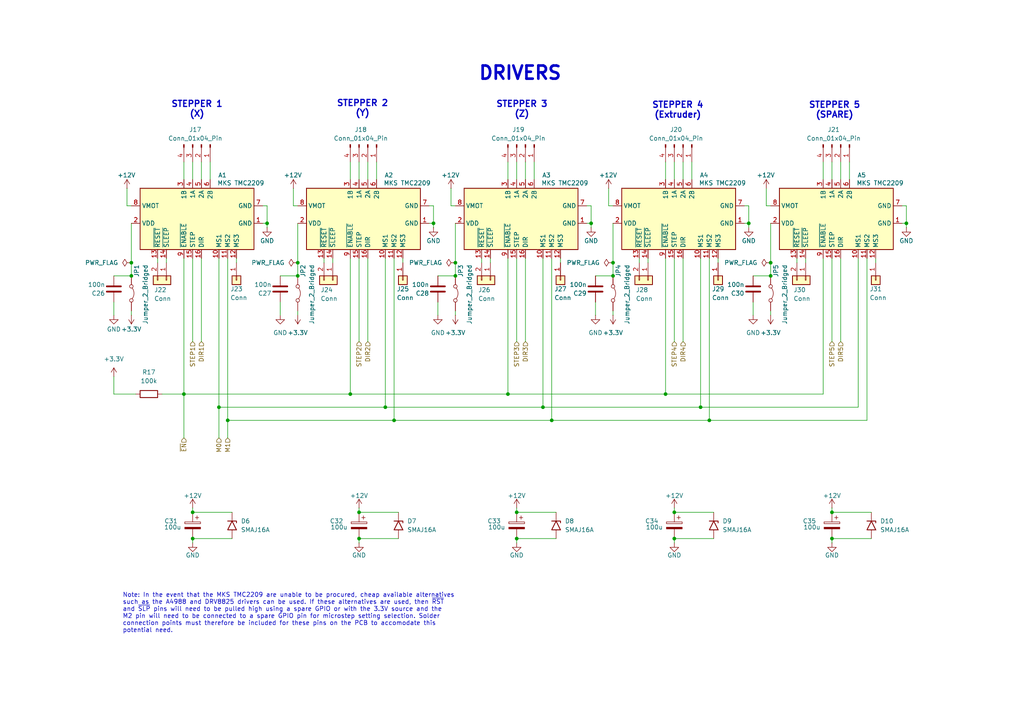
<source format=kicad_sch>
(kicad_sch (version 20250114) (generator "eeschema") (generator_version "9.0")
  (paper "A4")
  (title_block (title "Stepper Drivers") (date "2025-07-01") (rev "0.1") (company "Stellenbosch University") (comment 1 "Department of Mechanical and Mechatronic Engineering") (comment 2 "Student Number: 25848887") (comment 3 "Name: Simon Craig DANIEL"))
  (lib_symbols
    (symbol "Connector:Conn_01x04_Pin" (pin_names (offset 1.016) (hide yes))
      (property "Reference" "J" (at 0 5.08 0))
      (property "Value" "Conn_01x04_Pin" (at 0 -7.62 0))
      (symbol "Conn_01x04_Pin_1_1"
        (rectangle (start 0.8636 2.667) (end 0 2.413) (stroke (width 0.1524)) (fill (type outline)))
        (rectangle (start 0.8636 0.127) (end 0 -0.127) (stroke (width 0.1524)) (fill (type outline)))
        (rectangle (start 0.8636 -2.413) (end 0 -2.667) (stroke (width 0.1524)) (fill (type outline)))
        (rectangle (start 0.8636 -4.953) (end 0 -5.207) (stroke (width 0.1524)) (fill (type outline)))
        (polyline (pts (xy 1.27 2.54) (xy 0.8636 2.54)) (stroke (width 0.1524)))
        (polyline (pts (xy 1.27 0) (xy 0.8636 0)) (stroke (width 0.1524)))
        (polyline (pts (xy 1.27 -2.54) (xy 0.8636 -2.54)) (stroke (width 0.1524)))
        (polyline (pts (xy 1.27 -5.08) (xy 0.8636 -5.08)) (stroke (width 0.1524)))
        (pin passive line (at 5.08 2.54 180) (length 3.81) (name "Pin_1") (number "1"))
        (pin passive line (at 5.08 0 180) (length 3.81) (name "Pin_2") (number "2"))
        (pin passive line (at 5.08 -2.54 180) (length 3.81) (name "Pin_3") (number "3"))
        (pin passive line (at 5.08 -5.08 180) (length 3.81) (name "Pin_4") (number "4"))
      )
    )
    (symbol "Connector_Generic:Conn_01x01" (pin_names (offset 1.016) (hide yes))
      (property "Reference" "J" (at 0 2.54 0))
      (property "Value" "Conn_01x01" (at 0 -2.54 0))
      (symbol "Conn_01x01_1_1"
        (rectangle (start -1.27 1.27) (end 1.27 -1.27) (stroke (width 0.254)) (fill (type background)))
        (rectangle (start -1.27 0.127) (end 0 -0.127) (stroke (width 0.1524)))
        (pin passive line (at -5.08 0 0) (length 3.81) (name "Pin_1") (number "1"))
      )
    )
    (symbol "Connector_Generic:Conn_01x02" (pin_names (offset 1.016) (hide yes))
      (property "Reference" "J" (at 0 2.54 0))
      (property "Value" "Conn_01x02" (at 0 -5.08 0))
      (symbol "Conn_01x02_1_1"
        (rectangle (start -1.27 1.27) (end 1.27 -3.81) (stroke (width 0.254)) (fill (type background)))
        (rectangle (start -1.27 0.127) (end 0 -0.127) (stroke (width 0.1524)))
        (rectangle (start -1.27 -2.413) (end 0 -2.667) (stroke (width 0.1524)))
        (pin passive line (at -5.08 0 0) (length 3.81) (name "Pin_1") (number "1"))
        (pin passive line (at -5.08 -2.54 0) (length 3.81) (name "Pin_2") (number "2"))
      )
    )
    (symbol "Device:C" (pin_numbers (hide yes)) (pin_names (offset 0.254))
      (property "Reference" "C" (at 0.635 2.54 0))
      (property "Value" "C" (at 0.635 -2.54 0))
      (symbol "C_0_1"
        (polyline (pts (xy -2.032 0.762) (xy 2.032 0.762)) (stroke (width 0.508)))
        (polyline (pts (xy -2.032 -0.762) (xy 2.032 -0.762)) (stroke (width 0.508)))
      )
      (symbol "C_1_1"
        (pin passive line (at 0 3.81 270) (length 2.794) (name "~") (number "1"))
        (pin passive line (at 0 -3.81 90) (length 2.794) (name "~") (number "2"))
      )
    )
    (symbol "Device:C_Polarized" (pin_numbers (hide yes)) (pin_names (offset 0.254))
      (property "Reference" "C" (at 0.635 2.54 0))
      (property "Value" "C_Polarized" (at 0.635 -2.54 0))
      (symbol "C_Polarized_0_1"
        (rectangle (start -2.286 0.508) (end 2.286 1.016))
        (polyline (pts (xy -1.778 2.286) (xy -0.762 2.286)))
        (polyline (pts (xy -1.27 2.794) (xy -1.27 1.778)))
        (rectangle (start 2.286 -0.508) (end -2.286 -1.016) (fill (type outline)))
      )
      (symbol "C_Polarized_1_1"
        (pin passive line (at 0 3.81 270) (length 2.794) (name "~") (number "1"))
        (pin passive line (at 0 -3.81 90) (length 2.794) (name "~") (number "2"))
      )
    )
    (symbol "Device:R" (pin_numbers (hide yes)) (pin_names (offset 0))
      (property "Reference" "R" (at 2.032 0 90))
      (property "Value" "R" (at 0 0 90))
      (symbol "R_0_1"
        (rectangle (start -1.016 -2.54) (end 1.016 2.54) (stroke (width 0.254)))
      )
      (symbol "R_1_1"
        (pin passive line (at 0 3.81 270) (length 1.27) (name "~") (number "1"))
        (pin passive line (at 0 -3.81 90) (length 1.27) (name "~") (number "2"))
      )
    )
    (symbol "Diode:SMAJ16A" (pin_numbers (hide yes)) (pin_names (offset 1.016) (hide yes))
      (property "Reference" "D" (at 0 2.54 0))
      (property "Value" "SMAJ16A" (at 0 -2.54 0))
      (symbol "SMAJ16A_0_1"
        (polyline (pts (xy -0.762 1.27) (xy -1.27 1.27) (xy -1.27 -1.27)) (stroke (width 0.254)))
        (polyline (pts (xy 1.27 1.27) (xy 1.27 -1.27) (xy -1.27 0) (xy 1.27 1.27)) (stroke (width 0.254)))
      )
      (symbol "SMAJ16A_1_1"
        (pin passive line (at -3.81 0 0) (length 2.54) (name "A1") (number "1"))
        (pin passive line (at 3.81 0 180) (length 2.54) (name "A2") (number "2"))
      )
    )
    (symbol "Driver_Motor:Pololu_Breakout_A4988"
      (property "Reference" "A" (at -2.54 19.05 0))
      (property "Value" "Pololu_Breakout_A4988" (at -2.54 16.51 0))
      (symbol "Pololu_Breakout_A4988_0_1"
        (rectangle (start 10.16 -17.78) (end -7.62 15.24) (stroke (width 0.254)) (fill (type background)))
      )
      (symbol "Pololu_Breakout_A4988_1_1"
        (pin input line (at -10.16 10.16 0) (length 2.54) (name "~{RESET}") (number "13"))
        (pin input line (at -10.16 7.62 0) (length 2.54) (name "~{SLEEP}") (number "14"))
        (pin input line (at -10.16 2.54 0) (length 2.54) (name "~{ENABLE}") (number "9"))
        (pin input line (at -10.16 0 0) (length 2.54) (name "STEP") (number "15"))
        (pin input line (at -10.16 -2.54 0) (length 2.54) (name "DIR") (number "16"))
        (pin input line (at -10.16 -7.62 0) (length 2.54) (name "MS1") (number "10"))
        (pin input line (at -10.16 -10.16 0) (length 2.54) (name "MS2") (number "11"))
        (pin input line (at -10.16 -12.7 0) (length 2.54) (name "MS3") (number "12"))
        (pin power_in line (at 0 17.78 270) (length 2.54) (name "VDD") (number "2"))
        (pin power_in line (at 0 -20.32 90) (length 2.54) (name "GND") (number "1"))
        (pin power_in line (at 5.08 17.78 270) (length 2.54) (name "VMOT") (number "8"))
        (pin power_in line (at 5.08 -20.32 90) (length 2.54) (name "GND") (number "7"))
        (pin output line (at 12.7 2.54 180) (length 2.54) (name "1B") (number "3"))
        (pin output line (at 12.7 0 180) (length 2.54) (name "1A") (number "4"))
        (pin output line (at 12.7 -2.54 180) (length 2.54) (name "2A") (number "5"))
        (pin output line (at 12.7 -5.08 180) (length 2.54) (name "2B") (number "6"))
      )
    )
    (symbol "Jumper:Jumper_2_Bridged" (pin_numbers (hide yes)) (pin_names (offset 0) (hide yes))
      (property "Reference" "JP" (at 0 1.905 0))
      (property "Value" "Jumper_2_Bridged" (at 0 -2.54 0))
      (symbol "Jumper_2_Bridged_0_0"
        (circle (center -2.032 0) (radius 0.508))
        (circle (center 2.032 0) (radius 0.508))
      )
      (symbol "Jumper_2_Bridged_0_1"
        (arc (start -1.524 0.254) (mid 0 0.762) (end 1.524 0.254))
      )
      (symbol "Jumper_2_Bridged_1_1"
        (pin passive line (at -5.08 0 0) (length 2.54) (name "A") (number "1"))
        (pin passive line (at 5.08 0 180) (length 2.54) (name "B") (number "2"))
      )
    )
    (symbol "power:+24V" (power) (pin_numbers (hide yes)) (pin_names (offset 0) (hide yes))
      (property "Value" "+24V" (at 0 3.556 0))
      (symbol "+24V_0_1"
        (polyline (pts (xy -0.762 1.27) (xy 0 2.54)))
        (polyline (pts (xy 0 2.54) (xy 0.762 1.27)))
        (polyline (pts (xy 0 0) (xy 0 2.54)))
      )
      (symbol "+24V_1_1"
        (pin power_in line (at 0 0 90) (length 0) (name "~") (number "1"))
      )
    )
    (symbol "power:+3.3V" (power) (pin_numbers (hide yes)) (pin_names (offset 0) (hide yes))
      (property "Value" "+3.3V" (at 0 3.556 0))
      (symbol "+3.3V_0_1"
        (polyline (pts (xy -0.762 1.27) (xy 0 2.54)))
        (polyline (pts (xy 0 2.54) (xy 0.762 1.27)))
        (polyline (pts (xy 0 0) (xy 0 2.54)))
      )
      (symbol "+3.3V_1_1"
        (pin power_in line (at 0 0 90) (length 0) (name "~") (number "1"))
      )
    )
    (symbol "power:GND" (power) (pin_numbers (hide yes)) (pin_names (offset 0) (hide yes))
      (property "Value" "GND" (at 0 -3.81 0))
      (symbol "GND_0_1"
        (polyline (pts (xy 0 0) (xy 0 -1.27) (xy 1.27 -1.27) (xy 0 -2.54) (xy -1.27 -1.27) (xy 0 -1.27)))
      )
      (symbol "GND_1_1"
        (pin power_in line (at 0 0 270) (length 0) (name "~") (number "1"))
      )
    )
    (symbol "power:PWR_FLAG" (power) (pin_numbers (hide yes)) (pin_names (offset 0) (hide yes))
      (property "Value" "PWR_FLAG" (at 0 3.81 0))
      (symbol "PWR_FLAG_0_0"
        (pin power_out line (at 0 0 90) (length 0) (name "~") (number "1"))
      )
      (symbol "PWR_FLAG_0_1"
        (polyline (pts (xy 0 0) (xy 0 1.27) (xy -1.016 1.905) (xy 0 2.54) (xy 1.016 1.905) (xy 0 1.27)))
      )
    )
  )
  (text "STEPPER 1\n(X)" (at 57.15 31.75 0) (effects (font (size 1.778 1.778) (thickness 0.3556) (bold yes))))
  (text "STEPPER 3\n(Z)" (at 151.384 31.75 0) (effects (font (size 1.778 1.778) (thickness 0.3556) (bold yes))))
  (text "STEPPER 2\n(Y)\n" (at 105.156 31.496 0) (effects (font (size 1.778 1.778) (thickness 0.3556) (bold yes))))
  (text "DRIVERS" (at 150.876 21.336 0) (effects (font (size 3.81 3.81) (thickness 0.762) (bold yes))))
  (text "STEPPER 5\n(SPARE)" (at 242.062 32.004 0) (effects (font (size 1.778 1.778) (thickness 0.3556) (bold yes))))
  (text "STEPPER 4\n(Extruder)\n" (at 196.596 32.004 0) (effects (font (size 1.778 1.778) (thickness 0.3556) (bold yes))))
  (text "Note: In the event that the MKS TMC2209 are unable to be procured, cheap available alternatives \nsuch as the A4988 and DRV8825 drivers can be used. If these alternatives are used, then ~{RST} \nand ~{SLP} pins will need to be pulled high using a spare GPIO or with the 3.3V source and the \nM2 pin will need to be connected to a spare GPIO pin for microstep setting selection. Solder\nconnection points must therefore be included for these pins on the PCB to accomodate this \npotential need." (at 35.56 177.8 0) (effects (font (size 1.27 1.27)) (justify left)))
  (junction (at 77.47 64.77))
  (junction (at 66.04 121.92))
  (junction (at 195.58 156.21))
  (junction (at 132.08 80.01))
  (junction (at 38.1 80.01))
  (junction (at 195.58 148.59))
  (junction (at 177.8 80.01))
  (junction (at 223.52 76.2))
  (junction (at 177.8 76.2))
  (junction (at 55.88 156.21))
  (junction (at 38.1 76.2))
  (junction (at 205.74 121.92))
  (junction (at 132.08 76.2))
  (junction (at 147.32 114.3))
  (junction (at 223.52 80.01))
  (junction (at 125.73 64.77))
  (junction (at 53.34 114.3))
  (junction (at 262.89 64.77))
  (junction (at 217.17 64.77))
  (junction (at 193.04 114.3))
  (junction (at 149.86 156.21))
  (junction (at 241.3 156.21))
  (junction (at 203.2 118.11))
  (junction (at 104.14 148.59))
  (junction (at 63.5 118.11))
  (junction (at 86.36 76.2))
  (junction (at 101.6 114.3))
  (junction (at 111.76 118.11))
  (junction (at 86.36 80.01))
  (junction (at 149.86 148.59))
  (junction (at 104.14 156.21))
  (junction (at 241.3 148.59))
  (junction (at 160.02 121.92))
  (junction (at 171.45 64.77))
  (junction (at 157.48 118.11))
  (junction (at 55.88 148.59))
  (junction (at 114.3 121.92))
  (wire (pts (xy 223.52 90.17) (xy 223.52 91.44)))
  (wire (pts (xy 66.04 121.92) (xy 114.3 121.92)))
  (wire (pts (xy 147.32 114.3) (xy 193.04 114.3)))
  (wire (pts (xy 109.22 46.99) (xy 109.22 52.07)))
  (wire (pts (xy 132.08 64.77) (xy 132.08 76.2)))
  (wire (pts (xy 252.73 156.21) (xy 241.3 156.21)))
  (wire (pts (xy 33.02 109.22) (xy 33.02 114.3)))
  (wire (pts (xy 198.12 46.99) (xy 198.12 52.07)))
  (wire (pts (xy 157.48 74.93) (xy 157.48 118.11)))
  (wire (pts (xy 161.29 148.59) (xy 149.86 148.59)))
  (wire (pts (xy 248.92 74.93) (xy 248.92 118.11)))
  (wire (pts (xy 195.58 156.21) (xy 195.58 157.48)))
  (wire (pts (xy 177.8 80.01) (xy 172.72 80.01)))
  (wire (pts (xy 93.98 76.2) (xy 93.98 74.93)))
  (wire (pts (xy 215.9 64.77) (xy 217.17 64.77)))
  (wire (pts (xy 170.18 59.69) (xy 171.45 59.69)))
  (wire (pts (xy 111.76 118.11) (xy 63.5 118.11)))
  (wire (pts (xy 208.28 76.2) (xy 208.28 74.93)))
  (wire (pts (xy 63.5 74.93) (xy 63.5 118.11)))
  (wire (pts (xy 53.34 46.99) (xy 53.34 52.07)))
  (wire (pts (xy 176.53 59.69) (xy 177.8 59.69)))
  (wire (pts (xy 261.62 64.77) (xy 262.89 64.77)))
  (wire (pts (xy 130.81 54.61) (xy 130.81 59.69)))
  (wire (pts (xy 106.68 46.99) (xy 106.68 52.07)))
  (wire (pts (xy 36.83 54.61) (xy 36.83 59.69)))
  (wire (pts (xy 77.47 64.77) (xy 77.47 66.04)))
  (wire (pts (xy 207.01 148.59) (xy 195.58 148.59)))
  (wire (pts (xy 53.34 114.3) (xy 53.34 127)))
  (wire (pts (xy 172.72 87.63) (xy 172.72 91.44)))
  (wire (pts (xy 85.09 59.69) (xy 86.36 59.69)))
  (wire (pts (xy 171.45 59.69) (xy 171.45 64.77)))
  (wire (pts (xy 55.88 147.32) (xy 55.88 148.59)))
  (wire (pts (xy 38.1 91.44) (xy 38.1 90.17)))
  (wire (pts (xy 193.04 46.99) (xy 193.04 52.07)))
  (wire (pts (xy 203.2 74.93) (xy 203.2 118.11)))
  (wire (pts (xy 261.62 59.69) (xy 262.89 59.69)))
  (wire (pts (xy 193.04 114.3) (xy 193.04 74.93)))
  (wire (pts (xy 215.9 59.69) (xy 217.17 59.69)))
  (wire (pts (xy 149.86 74.93) (xy 149.86 99.06)))
  (wire (pts (xy 53.34 74.93) (xy 53.34 114.3)))
  (wire (pts (xy 114.3 74.93) (xy 114.3 121.92)))
  (wire (pts (xy 55.88 74.93) (xy 55.88 99.06)))
  (wire (pts (xy 114.3 121.92) (xy 160.02 121.92)))
  (wire (pts (xy 58.42 46.99) (xy 58.42 52.07)))
  (wire (pts (xy 132.08 76.2) (xy 132.08 80.01)))
  (wire (pts (xy 222.25 59.69) (xy 223.52 59.69)))
  (wire (pts (xy 252.73 148.59) (xy 241.3 148.59)))
  (wire (pts (xy 238.76 114.3) (xy 238.76 74.93)))
  (wire (pts (xy 38.1 80.01) (xy 33.02 80.01)))
  (wire (pts (xy 171.45 64.77) (xy 171.45 66.04)))
  (wire (pts (xy 254 76.2) (xy 254 74.93)))
  (wire (pts (xy 149.86 46.99) (xy 149.86 52.07)))
  (wire (pts (xy 238.76 46.99) (xy 238.76 52.07)))
  (wire (pts (xy 154.94 46.99) (xy 154.94 52.07)))
  (wire (pts (xy 76.2 64.77) (xy 77.47 64.77)))
  (wire (pts (xy 223.52 80.01) (xy 218.44 80.01)))
  (wire (pts (xy 243.84 74.93) (xy 243.84 99.06)))
  (wire (pts (xy 223.52 64.77) (xy 223.52 76.2)))
  (wire (pts (xy 185.42 76.2) (xy 185.42 74.93)))
  (wire (pts (xy 231.14 76.2) (xy 231.14 74.93)))
  (wire (pts (xy 160.02 74.93) (xy 160.02 121.92)))
  (wire (pts (xy 149.86 156.21) (xy 149.86 157.48)))
  (wire (pts (xy 241.3 46.99) (xy 241.3 52.07)))
  (wire (pts (xy 33.02 114.3) (xy 39.37 114.3)))
  (wire (pts (xy 86.36 91.44) (xy 86.36 90.17)))
  (wire (pts (xy 38.1 64.77) (xy 38.1 76.2)))
  (wire (pts (xy 170.18 64.77) (xy 171.45 64.77)))
  (wire (pts (xy 241.3 74.93) (xy 241.3 99.06)))
  (wire (pts (xy 115.57 148.59) (xy 104.14 148.59)))
  (wire (pts (xy 67.31 156.21) (xy 55.88 156.21)))
  (wire (pts (xy 177.8 76.2) (xy 177.8 80.01)))
  (wire (pts (xy 207.01 156.21) (xy 195.58 156.21)))
  (wire (pts (xy 233.68 76.2) (xy 233.68 74.93)))
  (wire (pts (xy 161.29 156.21) (xy 149.86 156.21)))
  (wire (pts (xy 124.46 64.77) (xy 125.73 64.77)))
  (wire (pts (xy 46.99 114.3) (xy 53.34 114.3)))
  (wire (pts (xy 132.08 80.01) (xy 127 80.01)))
  (wire (pts (xy 147.32 46.99) (xy 147.32 52.07)))
  (wire (pts (xy 162.56 76.2) (xy 162.56 74.93)))
  (wire (pts (xy 66.04 74.93) (xy 66.04 121.92)))
  (wire (pts (xy 142.24 76.2) (xy 142.24 74.93)))
  (wire (pts (xy 48.26 76.2) (xy 48.26 74.93)))
  (wire (pts (xy 77.47 59.69) (xy 77.47 64.77)))
  (wire (pts (xy 86.36 76.2) (xy 86.36 80.01)))
  (wire (pts (xy 76.2 59.69) (xy 77.47 59.69)))
  (wire (pts (xy 149.86 147.32) (xy 149.86 148.59)))
  (wire (pts (xy 124.46 59.69) (xy 125.73 59.69)))
  (wire (pts (xy 111.76 74.93) (xy 111.76 118.11)))
  (wire (pts (xy 157.48 118.11) (xy 111.76 118.11)))
  (wire (pts (xy 81.28 87.63) (xy 81.28 91.44)))
  (wire (pts (xy 55.88 156.21) (xy 55.88 157.48)))
  (wire (pts (xy 251.46 121.92) (xy 205.74 121.92)))
  (wire (pts (xy 241.3 156.21) (xy 241.3 157.48)))
  (wire (pts (xy 195.58 74.93) (xy 195.58 99.06)))
  (wire (pts (xy 104.14 156.21) (xy 104.14 157.48)))
  (wire (pts (xy 96.52 76.2) (xy 96.52 74.93)))
  (wire (pts (xy 217.17 64.77) (xy 217.17 66.04)))
  (wire (pts (xy 115.57 156.21) (xy 104.14 156.21)))
  (wire (pts (xy 58.42 74.93) (xy 58.42 99.06)))
  (wire (pts (xy 104.14 46.99) (xy 104.14 52.07)))
  (wire (pts (xy 125.73 59.69) (xy 125.73 64.77)))
  (wire (pts (xy 152.4 74.93) (xy 152.4 99.06)))
  (wire (pts (xy 248.92 118.11) (xy 203.2 118.11)))
  (wire (pts (xy 262.89 64.77) (xy 262.89 66.04)))
  (wire (pts (xy 101.6 114.3) (xy 147.32 114.3)))
  (wire (pts (xy 55.88 46.99) (xy 55.88 52.07)))
  (wire (pts (xy 177.8 64.77) (xy 177.8 76.2)))
  (wire (pts (xy 106.68 74.93) (xy 106.68 99.06)))
  (wire (pts (xy 53.34 114.3) (xy 101.6 114.3)))
  (wire (pts (xy 205.74 74.93) (xy 205.74 121.92)))
  (wire (pts (xy 218.44 87.63) (xy 218.44 91.44)))
  (wire (pts (xy 104.14 147.32) (xy 104.14 148.59)))
  (wire (pts (xy 38.1 76.2) (xy 38.1 80.01)))
  (wire (pts (xy 132.08 91.44) (xy 132.08 90.17)))
  (wire (pts (xy 147.32 74.93) (xy 147.32 114.3)))
  (wire (pts (xy 85.09 54.61) (xy 85.09 59.69)))
  (wire (pts (xy 198.12 74.93) (xy 198.12 99.06)))
  (wire (pts (xy 223.52 76.2) (xy 223.52 80.01)))
  (wire (pts (xy 251.46 74.93) (xy 251.46 121.92)))
  (wire (pts (xy 45.72 76.2) (xy 45.72 74.93)))
  (wire (pts (xy 101.6 46.99) (xy 101.6 52.07)))
  (wire (pts (xy 101.6 114.3) (xy 101.6 74.93)))
  (wire (pts (xy 195.58 46.99) (xy 195.58 52.07)))
  (wire (pts (xy 200.66 46.99) (xy 200.66 52.07)))
  (wire (pts (xy 222.25 54.61) (xy 222.25 59.69)))
  (wire (pts (xy 36.83 59.69) (xy 38.1 59.69)))
  (wire (pts (xy 139.7 76.2) (xy 139.7 74.93)))
  (wire (pts (xy 60.96 46.99) (xy 60.96 52.07)))
  (wire (pts (xy 152.4 46.99) (xy 152.4 52.07)))
  (wire (pts (xy 127 87.63) (xy 127 91.44)))
  (wire (pts (xy 63.5 118.11) (xy 63.5 127)))
  (wire (pts (xy 203.2 118.11) (xy 157.48 118.11)))
  (wire (pts (xy 130.81 59.69) (xy 132.08 59.69)))
  (wire (pts (xy 241.3 147.32) (xy 241.3 148.59)))
  (wire (pts (xy 125.73 64.77) (xy 125.73 66.04)))
  (wire (pts (xy 193.04 114.3) (xy 238.76 114.3)))
  (wire (pts (xy 86.36 64.77) (xy 86.36 76.2)))
  (wire (pts (xy 160.02 121.92) (xy 205.74 121.92)))
  (wire (pts (xy 262.89 59.69) (xy 262.89 64.77)))
  (wire (pts (xy 66.04 121.92) (xy 66.04 127)))
  (wire (pts (xy 187.96 76.2) (xy 187.96 74.93)))
  (wire (pts (xy 177.8 91.44) (xy 177.8 90.17)))
  (wire (pts (xy 116.84 76.2) (xy 116.84 74.93)))
  (wire (pts (xy 104.14 74.93) (xy 104.14 99.06)))
  (wire (pts (xy 246.38 46.99) (xy 246.38 52.07)))
  (wire (pts (xy 217.17 59.69) (xy 217.17 64.77)))
  (wire (pts (xy 176.53 54.61) (xy 176.53 59.69)))
  (wire (pts (xy 68.58 76.2) (xy 68.58 74.93)))
  (wire (pts (xy 33.02 87.63) (xy 33.02 91.44)))
  (wire (pts (xy 67.31 148.59) (xy 55.88 148.59)))
  (wire (pts (xy 243.84 46.99) (xy 243.84 52.07)))
  (wire (pts (xy 86.36 80.01) (xy 81.28 80.01)))
  (wire (pts (xy 195.58 147.32) (xy 195.58 148.59)))
  (hierarchical_label "STEP4" (shape input) (at 195.58 99.06 270))
  (hierarchical_label "STEP1" (shape input) (at 55.88 99.06 270))
  (hierarchical_label "DIR2" (shape input) (at 106.68 99.06 270))
  (hierarchical_label "DIR3" (shape input) (at 152.4 99.06 270))
  (hierarchical_label "M0" (shape input) (at 63.5 127 270))
  (hierarchical_label "DIR4" (shape input) (at 198.12 99.06 270))
  (hierarchical_label "DIR1" (shape input) (at 58.42 99.06 270))
  (hierarchical_label "~{EN}" (shape input) (at 53.34 127 270))
  (hierarchical_label "DIR5" (shape input) (at 243.84 99.06 270))
  (hierarchical_label "STEP3" (shape input) (at 149.86 99.06 270))
  (hierarchical_label "STEP2" (shape input) (at 104.14 99.06 270))
  (hierarchical_label "STEP5" (shape input) (at 241.3 99.06 270))
  (hierarchical_label "M1" (shape input) (at 66.04 127 270))
  (symbol (lib_id "Device:C_Polarized") (at 149.86 152.4 0) (mirror y) (unit 1)
    (property "Reference" "C33" (at 145.288 151.13 0) (effects (justify left)))
    (property "Value" "100u" (at 146.558 152.908 0) (effects (justify left)))
    (property "Footprint" "Capacitor_SMD:CP_Elec_6.3x7.7" (effects (hide yes)))
    (property "Description" "Polarized capacitor" (effects (hide yes)))
  )
  (symbol (lib_id "Device:C") (at 218.44 83.82 180) (unit 1)
    (property "Reference" "C30" (at 215.9 85.09 0) (effects (justify left)))
    (property "Value" "100n" (at 215.9 82.55 0) (effects (justify left)))
    (property "Footprint" "Capacitor_SMD:C_0603_1608Metric" (effects (hide yes)))
    (property "Description" "Unpolarized capacitor" (effects (hide yes)))
  )
  (symbol (lib_id "Connector_Generic:Conn_01x01") (at 208.28 81.28 270) (unit 1)
    (property "Reference" "J29" (at 206.502 83.82 90) (effects (justify left)))
    (property "Value" "Conn" (at 206.502 86.36 90) (effects (justify left)))
    (property "Footprint" "Connector_Wire:SolderWire-0.75sqmm_1x02_P4.8mm_D1.25mm_OD2.3mm" (effects (hide yes)))
    (property "Description" "Generic connector, single row, 01x01, script generated (kicad-library-utils/schlib/autogen/connector/)" (effects (hide yes)))
  )
  (symbol (lib_id "Jumper:Jumper_2_Bridged") (at 86.36 85.09 270) (unit 1)
    (property "Reference" "JP2" (at 87.884 76.708 0) (effects (justify left)))
    (property "Value" "Jumper_2_Bridged" (at 90.424 76.708 0) (effects (justify left)))
    (property "Footprint" "TestPoint:TestPoint_Bridge_Pitch2.54mm_Drill0.7mm" (effects (hide yes)))
    (property "Description" "Jumper, 2-pole, closed/bridged" (effects (hide yes)))
  )
  (symbol (lib_id "Connector_Generic:Conn_01x01") (at 116.84 81.28 270) (unit 1)
    (property "Reference" "J25" (at 115.062 83.82 90) (effects (justify left)))
    (property "Value" "Conn" (at 115.062 86.36 90) (effects (justify left)))
    (property "Footprint" "Connector_Wire:SolderWire-0.75sqmm_1x02_P4.8mm_D1.25mm_OD2.3mm" (effects (hide yes)))
    (property "Description" "Generic connector, single row, 01x01, script generated (kicad-library-utils/schlib/autogen/connector/)" (effects (hide yes)))
  )
  (symbol (lib_id "Diode:SMAJ16A") (at 207.01 152.4 270) (unit 1)
    (property "Reference" "D9" (at 209.55 151.1299 90) (effects (justify left)))
    (property "Value" "SMAJ16A" (at 209.55 153.6699 90) (effects (justify left)))
    (property "Footprint" "Diode_SMD:D_SMA" (effects (hide yes)))
    (property "Datasheet" "https://www.littelfuse.com/media?resourcetype=datasheets&itemid=75e32973-b177-4ee3-a0ff-cedaf1abdb93&filename=smaj-datasheet" (effects (hide yes)))
    (property "Description" "400W unidirectional Transient Voltage Suppressor, 16.0Vr, SMA(DO-214AC)" (effects (hide yes)))
  )
  (symbol (lib_id "Device:C") (at 33.02 83.82 180) (unit 1)
    (property "Reference" "C26" (at 30.48 85.09 0) (effects (justify left)))
    (property "Value" "100n" (at 30.48 82.55 0) (effects (justify left)))
    (property "Footprint" "Capacitor_SMD:C_0603_1608Metric" (effects (hide yes)))
    (property "Description" "Unpolarized capacitor" (effects (hide yes)))
  )
  (symbol (lib_id "Driver_Motor:Pololu_Breakout_A4988") (at 241.3 64.77 90) (unit 1)
    (property "Reference" "A5" (at 249.936 50.8 90))
    (property "Value" "MKS TMC2209" (at 255.27 53.086 90))
    (property "Footprint" "Module:Pololu_Breakout-16_15.2x20.3mm" (effects (hide yes)))
    (property "Datasheet" "https://www.pololu.com/product/2980/pictures" (effects (hide yes)))
    (property "Description" "Pololu Breakout Board, Stepper Driver A4988" (effects (hide yes)))
  )
  (symbol (lib_id "Device:C_Polarized") (at 55.88 152.4 0) (mirror y) (unit 1)
    (property "Reference" "C31" (at 51.562 151.13 0) (effects (justify left)))
    (property "Value" "100u" (at 52.578 152.908 0) (effects (justify left)))
    (property "Footprint" "Capacitor_SMD:CP_Elec_6.3x7.7" (effects (hide yes)))
    (property "Description" "Polarized capacitor" (effects (hide yes)))
  )
  (symbol (lib_id "power:PWR_FLAG") (at 86.36 76.2 90) (unit 1)
    (property "Reference" "#FLG05" (effects (hide yes)))
    (property "Value" "PWR_FLAG" (at 82.55 76.1999 90) (effects (justify left)))
    (property "Description" "Special symbol for telling ERC where power comes from" (effects (hide yes)))
  )
  (symbol (lib_id "power:PWR_FLAG") (at 38.1 76.2 90) (unit 1)
    (property "Reference" "#FLG04" (effects (hide yes)))
    (property "Value" "PWR_FLAG" (at 34.29 76.1999 90) (effects (justify left)))
    (property "Description" "Special symbol for telling ERC where power comes from" (effects (hide yes)))
  )
  (symbol (lib_id "Diode:SMAJ16A") (at 252.73 152.4 270) (unit 1)
    (property "Reference" "D10" (at 255.27 151.1299 90) (effects (justify left)))
    (property "Value" "SMAJ16A" (at 255.27 153.6699 90) (effects (justify left)))
    (property "Footprint" "Diode_SMD:D_SMA" (effects (hide yes)))
    (property "Datasheet" "https://www.littelfuse.com/media?resourcetype=datasheets&itemid=75e32973-b177-4ee3-a0ff-cedaf1abdb93&filename=smaj-datasheet" (effects (hide yes)))
    (property "Description" "400W unidirectional Transient Voltage Suppressor, 16.0Vr, SMA(DO-214AC)" (effects (hide yes)))
  )
  (symbol (lib_id "Jumper:Jumper_2_Bridged") (at 223.52 85.09 270) (unit 1)
    (property "Reference" "JP5" (at 225.044 76.708 0) (effects (justify left)))
    (property "Value" "Jumper_2_Bridged" (at 227.584 76.708 0) (effects (justify left)))
    (property "Footprint" "TestPoint:TestPoint_Bridge_Pitch2.54mm_Drill0.7mm" (effects (hide yes)))
    (property "Description" "Jumper, 2-pole, closed/bridged" (effects (hide yes)))
  )
  (symbol (lib_id "Device:C_Polarized") (at 104.14 152.4 0) (mirror y) (unit 1)
    (property "Reference" "C32" (at 99.568 151.13 0) (effects (justify left)))
    (property "Value" "100u" (at 100.838 152.908 0) (effects (justify left)))
    (property "Footprint" "Capacitor_SMD:CP_Elec_6.3x7.7" (effects (hide yes)))
    (property "Description" "Polarized capacitor" (effects (hide yes)))
  )
  (symbol (lib_id "power:GND") (at 125.73 66.04 0) (unit 1)
    (property "Reference" "#PWR055" (effects (hide yes)))
    (property "Value" "GND" (at 125.73 69.85 0))
    (property "Description" "Power symbol creates a global label with name \"GND\" , ground" (effects (hide yes)))
  )
  (symbol (lib_id "power:+3.3V") (at 33.02 109.22 0) (mirror y) (unit 1)
    (property "Reference" "#PWR069" (effects (hide yes)))
    (property "Value" "+3.3V" (at 33.02 104.14 0))
    (property "Description" "Power symbol creates a global label with name \"+3.3V\"" (effects (hide yes)))
  )
  (symbol (lib_id "Connector_Generic:Conn_01x02") (at 48.26 81.28 270) (unit 1)
    (property "Reference" "J22" (at 44.704 84.074 90) (effects (justify left)))
    (property "Value" "Conn" (at 44.704 86.614 90) (effects (justify left)))
    (property "Footprint" "Connector_Wire:SolderWire-0.75sqmm_1x02_P4.8mm_D1.25mm_OD2.3mm" (effects (hide yes)))
    (property "Description" "Generic connector, single row, 01x02, script generated (kicad-library-utils/schlib/autogen/connector/)" (effects (hide yes)))
  )
  (symbol (lib_id "Diode:SMAJ16A") (at 161.29 152.4 270) (unit 1)
    (property "Reference" "D8" (at 163.83 151.1299 90) (effects (justify left)))
    (property "Value" "SMAJ16A" (at 163.83 153.6699 90) (effects (justify left)))
    (property "Footprint" "Diode_SMD:D_SMA" (effects (hide yes)))
    (property "Datasheet" "https://www.littelfuse.com/media?resourcetype=datasheets&itemid=75e32973-b177-4ee3-a0ff-cedaf1abdb93&filename=smaj-datasheet" (effects (hide yes)))
    (property "Description" "400W unidirectional Transient Voltage Suppressor, 16.0Vr, SMA(DO-214AC)" (effects (hide yes)))
  )
  (symbol (lib_id "power:GND") (at 218.44 91.44 0) (unit 1)
    (property "Reference" "#PWR067" (effects (hide yes)))
    (property "Value" "GND" (at 218.44 96.52 0))
    (property "Description" "Power symbol creates a global label with name \"GND\" , ground" (effects (hide yes)))
  )
  (symbol (lib_id "Driver_Motor:Pololu_Breakout_A4988") (at 149.86 64.77 90) (unit 1)
    (property "Reference" "A3" (at 158.496 50.8 90))
    (property "Value" "MKS TMC2209" (at 163.83 53.086 90))
    (property "Footprint" "Module:Pololu_Breakout-16_15.2x20.3mm" (effects (hide yes)))
    (property "Datasheet" "https://www.pololu.com/product/2980/pictures" (effects (hide yes)))
    (property "Description" "Pololu Breakout Board, Stepper Driver A4988" (effects (hide yes)))
  )
  (symbol (lib_id "Connector_Generic:Conn_01x01") (at 254 81.28 270) (unit 1)
    (property "Reference" "J31" (at 252.222 83.82 90) (effects (justify left)))
    (property "Value" "Conn" (at 252.222 86.36 90) (effects (justify left)))
    (property "Footprint" "Connector_Wire:SolderWire-0.75sqmm_1x02_P4.8mm_D1.25mm_OD2.3mm" (effects (hide yes)))
    (property "Description" "Generic connector, single row, 01x01, script generated (kicad-library-utils/schlib/autogen/connector/)" (effects (hide yes)))
  )
  (symbol (lib_id "power:GND") (at 55.88 157.48 0) (mirror y) (unit 1)
    (property "Reference" "#PWR075" (effects (hide yes)))
    (property "Value" "GND" (at 55.88 161.036 0))
    (property "Description" "Power symbol creates a global label with name \"GND\" , ground" (effects (hide yes)))
  )
  (symbol (lib_id "power:+24V") (at 104.14 147.32 0) (mirror y) (unit 1)
    (property "Reference" "#PWR071" (effects (hide yes)))
    (property "Value" "+12V" (at 104.14 143.764 0))
    (property "Description" "Power symbol creates a global label with name \"+24V\"" (effects (hide yes)))
  )
  (symbol (lib_id "Jumper:Jumper_2_Bridged") (at 38.1 85.09 270) (unit 1)
    (property "Reference" "JP1" (at 39.624 76.708 0) (effects (justify left)))
    (property "Value" "Jumper_2_Bridged" (at 42.164 76.708 0) (effects (justify left)))
    (property "Footprint" "TestPoint:TestPoint_Bridge_Pitch2.54mm_Drill0.7mm" (effects (hide yes)))
    (property "Description" "Jumper, 2-pole, closed/bridged" (effects (hide yes)))
  )
  (symbol (lib_id "Jumper:Jumper_2_Bridged") (at 132.08 85.09 270) (unit 1)
    (property "Reference" "JP3" (at 133.604 76.708 0) (effects (justify left)))
    (property "Value" "Jumper_2_Bridged" (at 136.144 76.708 0) (effects (justify left)))
    (property "Footprint" "TestPoint:TestPoint_Bridge_Pitch2.54mm_Drill0.7mm" (effects (hide yes)))
    (property "Description" "Jumper, 2-pole, closed/bridged" (effects (hide yes)))
  )
  (symbol (lib_id "power:+3.3V") (at 177.8 91.44 180) (unit 1)
    (property "Reference" "#PWR066" (effects (hide yes)))
    (property "Value" "+3.3V" (at 177.8 96.52 0))
    (property "Description" "Power symbol creates a global label with name \"+3.3V\"" (effects (hide yes)))
  )
  (symbol (lib_id "power:GND") (at 77.47 66.04 0) (unit 1)
    (property "Reference" "#PWR054" (effects (hide yes)))
    (property "Value" "GND" (at 77.47 69.85 0))
    (property "Description" "Power symbol creates a global label with name \"GND\" , ground" (effects (hide yes)))
  )
  (symbol (lib_id "Device:C") (at 172.72 83.82 180) (unit 1)
    (property "Reference" "C29" (at 170.18 85.09 0) (effects (justify left)))
    (property "Value" "100n" (at 170.18 82.55 0) (effects (justify left)))
    (property "Footprint" "Capacitor_SMD:C_0603_1608Metric" (effects (hide yes)))
    (property "Description" "Unpolarized capacitor" (effects (hide yes)))
  )
  (symbol (lib_id "power:GND") (at 33.02 91.44 0) (unit 1)
    (property "Reference" "#PWR059" (effects (hide yes)))
    (property "Value" "GND" (at 33.02 95.504 0))
    (property "Description" "Power symbol creates a global label with name \"GND\" , ground" (effects (hide yes)))
  )
  (symbol (lib_id "Device:R") (at 43.18 114.3 90) (mirror x) (unit 1)
    (property "Reference" "R17" (at 43.18 107.95 90))
    (property "Value" "100k" (at 43.18 110.49 90))
    (property "Footprint" "Resistor_SMD:R_0805_2012Metric" (effects (hide yes)))
    (property "Description" "Resistor" (effects (hide yes)))
  )
  (symbol (lib_id "Device:C") (at 127 83.82 180) (unit 1)
    (property "Reference" "C28" (at 124.46 85.09 0) (effects (justify left)))
    (property "Value" "100n" (at 124.46 82.55 0) (effects (justify left)))
    (property "Footprint" "Capacitor_SMD:C_0603_1608Metric" (effects (hide yes)))
    (property "Description" "Unpolarized capacitor" (effects (hide yes)))
  )
  (symbol (lib_id "power:GND") (at 195.58 157.48 0) (mirror y) (unit 1)
    (property "Reference" "#PWR078" (effects (hide yes)))
    (property "Value" "GND" (at 195.58 161.036 0))
    (property "Description" "Power symbol creates a global label with name \"GND\" , ground" (effects (hide yes)))
  )
  (symbol (lib_id "Connector_Generic:Conn_01x02") (at 233.68 81.28 270) (unit 1)
    (property "Reference" "J30" (at 230.124 84.074 90) (effects (justify left)))
    (property "Value" "Conn" (at 230.124 86.614 90) (effects (justify left)))
    (property "Footprint" "Connector_Wire:SolderWire-0.75sqmm_1x02_P4.8mm_D1.25mm_OD2.3mm" (effects (hide yes)))
    (property "Description" "Generic connector, single row, 01x02, script generated (kicad-library-utils/schlib/autogen/connector/)" (effects (hide yes)))
  )
  (symbol (lib_id "Device:C_Polarized") (at 195.58 152.4 0) (mirror y) (unit 1)
    (property "Reference" "C34" (at 191.008 151.13 0) (effects (justify left)))
    (property "Value" "100u" (at 192.278 152.908 0) (effects (justify left)))
    (property "Footprint" "Capacitor_SMD:CP_Elec_6.3x7.7" (effects (hide yes)))
    (property "Description" "Polarized capacitor" (effects (hide yes)))
  )
  (symbol (lib_id "Connector_Generic:Conn_01x02") (at 96.52 81.28 270) (unit 1)
    (property "Reference" "J24" (at 92.964 84.074 90) (effects (justify left)))
    (property "Value" "Conn" (at 92.964 86.614 90) (effects (justify left)))
    (property "Footprint" "Connector_Wire:SolderWire-0.75sqmm_1x02_P4.8mm_D1.25mm_OD2.3mm" (effects (hide yes)))
    (property "Description" "Generic connector, single row, 01x02, script generated (kicad-library-utils/schlib/autogen/connector/)" (effects (hide yes)))
  )
  (symbol (lib_id "power:+3.3V") (at 38.1 91.44 180) (unit 1)
    (property "Reference" "#PWR060" (effects (hide yes)))
    (property "Value" "+3.3V" (at 38.1 95.504 0))
    (property "Description" "Power symbol creates a global label with name \"+3.3V\"" (effects (hide yes)))
  )
  (symbol (lib_id "Connector_Generic:Conn_01x01") (at 162.56 81.28 270) (unit 1)
    (property "Reference" "J27" (at 160.782 83.82 90) (effects (justify left)))
    (property "Value" "Conn" (at 160.782 86.36 90) (effects (justify left)))
    (property "Footprint" "Connector_Wire:SolderWire-0.75sqmm_1x02_P4.8mm_D1.25mm_OD2.3mm" (effects (hide yes)))
    (property "Description" "Generic connector, single row, 01x01, script generated (kicad-library-utils/schlib/autogen/connector/)" (effects (hide yes)))
  )
  (symbol (lib_id "Connector_Generic:Conn_01x02") (at 187.96 81.28 270) (unit 1)
    (property "Reference" "J28" (at 184.404 84.074 90) (effects (justify left)))
    (property "Value" "Conn" (at 184.404 86.614 90) (effects (justify left)))
    (property "Footprint" "Connector_Wire:SolderWire-0.75sqmm_1x02_P4.8mm_D1.25mm_OD2.3mm" (effects (hide yes)))
    (property "Description" "Generic connector, single row, 01x02, script generated (kicad-library-utils/schlib/autogen/connector/)" (effects (hide yes)))
  )
  (symbol (lib_id "Connector:Conn_01x04_Pin") (at 152.4 41.91 270) (unit 1)
    (property "Reference" "J19" (at 150.368 37.592 90))
    (property "Value" "Conn_01x04_Pin" (at 150.368 40.132 90))
    (property "Footprint" "Connector_PinHeader_2.54mm:PinHeader_1x04_P2.54mm_Vertical" (effects (hide yes)))
    (property "Description" "Generic connector, single row, 01x04, script generated" (effects (hide yes)))
  )
  (symbol (lib_id "power:+24V") (at 85.09 54.61 0) (unit 1)
    (property "Reference" "#PWR050" (effects (hide yes)))
    (property "Value" "+12V" (at 82.296 50.8 0) (effects (justify left)))
    (property "Description" "Power symbol creates a global label with name \"+24V\"" (effects (hide yes)))
  )
  (symbol (lib_id "Connector:Conn_01x04_Pin") (at 243.84 41.91 270) (unit 1)
    (property "Reference" "J21" (at 241.808 37.592 90))
    (property "Value" "Conn_01x04_Pin" (at 241.808 40.132 90))
    (property "Footprint" "Connector_PinHeader_2.54mm:PinHeader_1x04_P2.54mm_Vertical" (effects (hide yes)))
    (property "Description" "Generic connector, single row, 01x04, script generated" (effects (hide yes)))
  )
  (symbol (lib_id "power:GND") (at 149.86 157.48 0) (mirror y) (unit 1)
    (property "Reference" "#PWR077" (effects (hide yes)))
    (property "Value" "GND" (at 149.86 161.036 0))
    (property "Description" "Power symbol creates a global label with name \"GND\" , ground" (effects (hide yes)))
  )
  (symbol (lib_id "Device:C") (at 81.28 83.82 180) (unit 1)
    (property "Reference" "C27" (at 78.74 85.09 0) (effects (justify left)))
    (property "Value" "100n" (at 78.74 82.55 0) (effects (justify left)))
    (property "Footprint" "Capacitor_SMD:C_0603_1608Metric" (effects (hide yes)))
    (property "Description" "Unpolarized capacitor" (effects (hide yes)))
  )
  (symbol (lib_id "power:GND") (at 81.28 91.44 0) (unit 1)
    (property "Reference" "#PWR061" (effects (hide yes)))
    (property "Value" "GND" (at 81.28 96.52 0))
    (property "Description" "Power symbol creates a global label with name \"GND\" , ground" (effects (hide yes)))
  )
  (symbol (lib_id "power:GND") (at 127 91.44 0) (unit 1)
    (property "Reference" "#PWR063" (effects (hide yes)))
    (property "Value" "GND" (at 127 96.52 0))
    (property "Description" "Power symbol creates a global label with name \"GND\" , ground" (effects (hide yes)))
  )
  (symbol (lib_id "Driver_Motor:Pololu_Breakout_A4988") (at 55.88 64.77 90) (unit 1)
    (property "Reference" "A1" (at 64.516 50.8 90))
    (property "Value" "MKS TMC2209" (at 69.85 53.086 90))
    (property "Footprint" "Module:Pololu_Breakout-16_15.2x20.3mm" (effects (hide yes)))
    (property "Datasheet" "https://www.pololu.com/product/2980/pictures" (effects (hide yes)))
    (property "Description" "Pololu Breakout Board, Stepper Driver A4988" (effects (hide yes)))
  )
  (symbol (lib_id "Device:C_Polarized") (at 241.3 152.4 0) (mirror y) (unit 1)
    (property "Reference" "C35" (at 236.728 151.13 0) (effects (justify left)))
    (property "Value" "100u" (at 237.998 152.908 0) (effects (justify left)))
    (property "Footprint" "Capacitor_SMD:CP_Elec_6.3x7.7" (effects (hide yes)))
    (property "Description" "Polarized capacitor" (effects (hide yes)))
  )
  (symbol (lib_id "power:+24V") (at 36.83 54.61 0) (unit 1)
    (property "Reference" "#PWR049" (effects (hide yes)))
    (property "Value" "+12V" (at 34.036 50.8 0) (effects (justify left)))
    (property "Description" "Power symbol creates a global label with name \"+24V\"" (effects (hide yes)))
  )
  (symbol (lib_id "Diode:SMAJ16A") (at 67.31 152.4 270) (unit 1)
    (property "Reference" "D6" (at 69.85 151.1299 90) (effects (justify left)))
    (property "Value" "SMAJ16A" (at 69.85 153.6699 90) (effects (justify left)))
    (property "Footprint" "Diode_SMD:D_SMA" (effects (hide yes)))
    (property "Datasheet" "https://www.littelfuse.com/media?resourcetype=datasheets&itemid=75e32973-b177-4ee3-a0ff-cedaf1abdb93&filename=smaj-datasheet" (effects (hide yes)))
    (property "Description" "400W unidirectional Transient Voltage Suppressor, 16.0Vr, SMA(DO-214AC)" (effects (hide yes)))
  )
  (symbol (lib_id "Diode:SMAJ16A") (at 115.57 152.4 270) (unit 1)
    (property "Reference" "D7" (at 118.11 151.1299 90) (effects (justify left)))
    (property "Value" "SMAJ16A" (at 118.11 153.6699 90) (effects (justify left)))
    (property "Footprint" "Diode_SMD:D_SMA" (effects (hide yes)))
    (property "Datasheet" "https://www.littelfuse.com/media?resourcetype=datasheets&itemid=75e32973-b177-4ee3-a0ff-cedaf1abdb93&filename=smaj-datasheet" (effects (hide yes)))
    (property "Description" "400W unidirectional Transient Voltage Suppressor, 16.0Vr, SMA(DO-214AC)" (effects (hide yes)))
  )
  (symbol (lib_id "power:+24V") (at 222.25 54.61 0) (unit 1)
    (property "Reference" "#PWR053" (effects (hide yes)))
    (property "Value" "+12V" (at 219.456 50.8 0) (effects (justify left)))
    (property "Description" "Power symbol creates a global label with name \"+24V\"" (effects (hide yes)))
  )
  (symbol (lib_id "Driver_Motor:Pololu_Breakout_A4988") (at 195.58 64.77 90) (unit 1)
    (property "Reference" "A4" (at 204.216 50.8 90))
    (property "Value" "MKS TMC2209" (at 209.55 53.086 90))
    (property "Footprint" "Module:Pololu_Breakout-16_15.2x20.3mm" (effects (hide yes)))
    (property "Datasheet" "https://www.pololu.com/product/2980/pictures" (effects (hide yes)))
    (property "Description" "Pololu Breakout Board, Stepper Driver A4988" (effects (hide yes)))
  )
  (symbol (lib_id "power:GND") (at 104.14 157.48 0) (mirror y) (unit 1)
    (property "Reference" "#PWR076" (effects (hide yes)))
    (property "Value" "GND" (at 104.14 161.036 0))
    (property "Description" "Power symbol creates a global label with name \"GND\" , ground" (effects (hide yes)))
  )
  (symbol (lib_id "power:GND") (at 262.89 66.04 0) (unit 1)
    (property "Reference" "#PWR058" (effects (hide yes)))
    (property "Value" "GND" (at 262.89 69.85 0))
    (property "Description" "Power symbol creates a global label with name \"GND\" , ground" (effects (hide yes)))
  )
  (symbol (lib_id "power:+3.3V") (at 223.52 91.44 180) (unit 1)
    (property "Reference" "#PWR068" (effects (hide yes)))
    (property "Value" "+3.3V" (at 223.52 96.52 0))
    (property "Description" "Power symbol creates a global label with name \"+3.3V\"" (effects (hide yes)))
  )
  (symbol (lib_id "Connector_Generic:Conn_01x02") (at 142.24 81.28 270) (unit 1)
    (property "Reference" "J26" (at 138.684 84.074 90) (effects (justify left)))
    (property "Value" "Conn" (at 138.684 86.614 90) (effects (justify left)))
    (property "Footprint" "Connector_Wire:SolderWire-0.75sqmm_1x02_P4.8mm_D1.25mm_OD2.3mm" (effects (hide yes)))
    (property "Description" "Generic connector, single row, 01x02, script generated (kicad-library-utils/schlib/autogen/connector/)" (effects (hide yes)))
  )
  (symbol (lib_id "power:+24V") (at 241.3 147.32 0) (mirror y) (unit 1)
    (property "Reference" "#PWR074" (effects (hide yes)))
    (property "Value" "+12V" (at 241.3 143.764 0))
    (property "Description" "Power symbol creates a global label with name \"+24V\"" (effects (hide yes)))
  )
  (symbol (lib_id "power:+3.3V") (at 86.36 91.44 180) (unit 1)
    (property "Reference" "#PWR062" (effects (hide yes)))
    (property "Value" "+3.3V" (at 86.36 96.52 0))
    (property "Description" "Power symbol creates a global label with name \"+3.3V\"" (effects (hide yes)))
  )
  (symbol (lib_id "Driver_Motor:Pololu_Breakout_A4988") (at 104.14 64.77 90) (unit 1)
    (property "Reference" "A2" (at 112.776 50.8 90))
    (property "Value" "MKS TMC2209" (at 118.11 53.086 90))
    (property "Footprint" "Module:Pololu_Breakout-16_15.2x20.3mm" (effects (hide yes)))
    (property "Datasheet" "https://www.pololu.com/product/2980/pictures" (effects (hide yes)))
    (property "Description" "Pololu Breakout Board, Stepper Driver A4988" (effects (hide yes)))
  )
  (symbol (lib_id "Connector:Conn_01x04_Pin") (at 58.42 41.91 270) (unit 1)
    (property "Reference" "J17" (at 56.642 37.592 90))
    (property "Value" "Conn_01x04_Pin" (at 56.642 40.132 90))
    (property "Footprint" "Connector_PinHeader_2.54mm:PinHeader_1x04_P2.54mm_Vertical" (effects (hide yes)))
    (property "Description" "Generic connector, single row, 01x04, script generated" (effects (hide yes)))
  )
  (symbol (lib_id "power:+24V") (at 176.53 54.61 0) (unit 1)
    (property "Reference" "#PWR052" (effects (hide yes)))
    (property "Value" "+12V" (at 173.736 50.8 0) (effects (justify left)))
    (property "Description" "Power symbol creates a global label with name \"+24V\"" (effects (hide yes)))
  )
  (symbol (lib_id "Connector:Conn_01x04_Pin") (at 198.12 41.91 270) (unit 1)
    (property "Reference" "J20" (at 196.088 37.592 90))
    (property "Value" "Conn_01x04_Pin" (at 196.088 40.132 90))
    (property "Footprint" "Connector_PinHeader_2.54mm:PinHeader_1x04_P2.54mm_Vertical" (effects (hide yes)))
    (property "Description" "Generic connector, single row, 01x04, script generated" (effects (hide yes)))
  )
  (symbol (lib_id "power:+3.3V") (at 132.08 91.44 180) (unit 1)
    (property "Reference" "#PWR064" (effects (hide yes)))
    (property "Value" "+3.3V" (at 132.08 96.52 0))
    (property "Description" "Power symbol creates a global label with name \"+3.3V\"" (effects (hide yes)))
  )
  (symbol (lib_id "power:+24V") (at 149.86 147.32 0) (mirror y) (unit 1)
    (property "Reference" "#PWR072" (effects (hide yes)))
    (property "Value" "+12V" (at 149.86 143.764 0))
    (property "Description" "Power symbol creates a global label with name \"+24V\"" (effects (hide yes)))
  )
  (symbol (lib_id "power:PWR_FLAG") (at 223.52 76.2 90) (unit 1)
    (property "Reference" "#FLG08" (effects (hide yes)))
    (property "Value" "PWR_FLAG" (at 219.71 76.1999 90) (effects (justify left)))
    (property "Description" "Special symbol for telling ERC where power comes from" (effects (hide yes)))
  )
  (symbol (lib_id "power:+24V") (at 55.88 147.32 0) (mirror y) (unit 1)
    (property "Reference" "#PWR070" (effects (hide yes)))
    (property "Value" "+12V" (at 55.88 143.764 0))
    (property "Description" "Power symbol creates a global label with name \"+24V\"" (effects (hide yes)))
  )
  (symbol (lib_id "power:GND") (at 217.17 66.04 0) (unit 1)
    (property "Reference" "#PWR057" (effects (hide yes)))
    (property "Value" "GND" (at 217.17 69.85 0))
    (property "Description" "Power symbol creates a global label with name \"GND\" , ground" (effects (hide yes)))
  )
  (symbol (lib_id "power:+24V") (at 130.81 54.61 0) (unit 1)
    (property "Reference" "#PWR051" (effects (hide yes)))
    (property "Value" "+12V" (at 128.016 50.8 0) (effects (justify left)))
    (property "Description" "Power symbol creates a global label with name \"+24V\"" (effects (hide yes)))
  )
  (symbol (lib_id "Jumper:Jumper_2_Bridged") (at 177.8 85.09 270) (unit 1)
    (property "Reference" "JP4" (at 179.324 76.708 0) (effects (justify left)))
    (property "Value" "Jumper_2_Bridged" (at 181.864 76.708 0) (effects (justify left)))
    (property "Footprint" "TestPoint:TestPoint_Bridge_Pitch2.54mm_Drill0.7mm" (effects (hide yes)))
    (property "Description" "Jumper, 2-pole, closed/bridged" (effects (hide yes)))
  )
  (symbol (lib_id "power:GND") (at 171.45 66.04 0) (unit 1)
    (property "Reference" "#PWR056" (effects (hide yes)))
    (property "Value" "GND" (at 171.45 69.85 0))
    (property "Description" "Power symbol creates a global label with name \"GND\" , ground" (effects (hide yes)))
  )
  (symbol (lib_id "power:PWR_FLAG") (at 132.08 76.2 90) (unit 1)
    (property "Reference" "#FLG06" (effects (hide yes)))
    (property "Value" "PWR_FLAG" (at 128.27 76.1999 90) (effects (justify left)))
    (property "Description" "Special symbol for telling ERC where power comes from" (effects (hide yes)))
  )
  (symbol (lib_id "power:+24V") (at 195.58 147.32 0) (mirror y) (unit 1)
    (property "Reference" "#PWR073" (effects (hide yes)))
    (property "Value" "+12V" (at 195.58 143.764 0))
    (property "Description" "Power symbol creates a global label with name \"+24V\"" (effects (hide yes)))
  )
  (symbol (lib_id "power:GND") (at 241.3 157.48 0) (mirror y) (unit 1)
    (property "Reference" "#PWR079" (effects (hide yes)))
    (property "Value" "GND" (at 241.3 161.036 0))
    (property "Description" "Power symbol creates a global label with name \"GND\" , ground" (effects (hide yes)))
  )
  (symbol (lib_id "Connector_Generic:Conn_01x01") (at 68.58 81.28 270) (unit 1)
    (property "Reference" "J23" (at 66.802 83.82 90) (effects (justify left)))
    (property "Value" "Conn" (at 66.802 86.36 90) (effects (justify left)))
    (property "Footprint" "Connector_Wire:SolderWire-0.75sqmm_1x02_P4.8mm_D1.25mm_OD2.3mm" (effects (hide yes)))
    (property "Description" "Generic connector, single row, 01x01, script generated (kicad-library-utils/schlib/autogen/connector/)" (effects (hide yes)))
  )
  (symbol (lib_id "power:PWR_FLAG") (at 177.8 76.2 90) (unit 1)
    (property "Reference" "#FLG07" (effects (hide yes)))
    (property "Value" "PWR_FLAG" (at 173.99 76.1999 90) (effects (justify left)))
    (property "Description" "Special symbol for telling ERC where power comes from" (effects (hide yes)))
  )
  (symbol (lib_id "Connector:Conn_01x04_Pin") (at 106.68 41.91 270) (unit 1)
    (property "Reference" "J18" (at 104.648 37.592 90))
    (property "Value" "Conn_01x04_Pin" (at 104.648 40.132 90))
    (property "Footprint" "Connector_PinHeader_2.54mm:PinHeader_1x04_P2.54mm_Vertical" (effects (hide yes)))
    (property "Description" "Generic connector, single row, 01x04, script generated" (effects (hide yes)))
  )
  (symbol (lib_id "power:GND") (at 172.72 91.44 0) (unit 1)
    (property "Reference" "#PWR065" (effects (hide yes)))
    (property "Value" "GND" (at 172.72 96.52 0))
    (property "Description" "Power symbol creates a global label with name \"GND\" , ground" (effects (hide yes)))
  )
)
</source>
